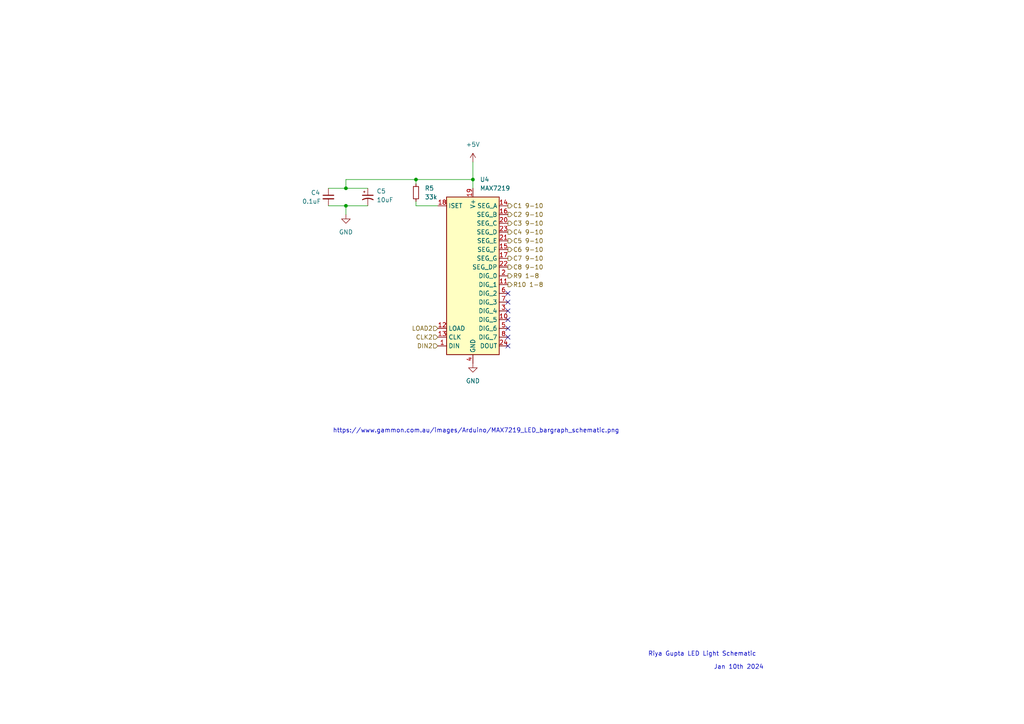
<source format=kicad_sch>
(kicad_sch (version 20211123) (generator eeschema)
  (paper "A4")
  (lib_symbols
    (symbol "Device:C_Polarized_Small_US" (pin_numbers hide) (pin_names (offset 0.254) hide)
      (property "Reference" "C" (at 0.254 1.778 0))
      (property "Value" "C_Polarized_Small_US" (at 0.254 -2.032 0))
      (symbol "C_Polarized_Small_US_0_1"
        (polyline (pts (xy -1.524 0.508) (xy 1.524 0.508)) (stroke (width 0.3048)))
        (polyline (pts (xy -1.27 1.524) (xy -0.762 1.524)))
        (polyline (pts (xy -1.016 1.27) (xy -1.016 1.778)))
        (arc (start 1.524 -0.762) (mid 0 -0.3734) (end -1.524 -0.762) (stroke (width 0.3048)))
      )
      (symbol "C_Polarized_Small_US_1_1"
        (pin passive line (at 0 2.54 270) (length 2.032) (name "~") (number "1"))
        (pin passive line (at 0 -2.54 90) (length 2.032) (name "~") (number "2"))
      )
    )
    (symbol "Device:C_Small" (pin_numbers hide) (pin_names (offset 0.254) hide)
      (property "Reference" "C" (at 0.254 1.778 0))
      (property "Value" "C_Small" (at 0.254 -2.032 0))
      (symbol "C_Small_0_1"
        (polyline (pts (xy -1.524 -0.508) (xy 1.524 -0.508)) (stroke (width 0.3302)))
        (polyline (pts (xy -1.524 0.508) (xy 1.524 0.508)) (stroke (width 0.3048)))
      )
      (symbol "C_Small_1_1"
        (pin passive line (at 0 2.54 270) (length 2.032) (name "~") (number "1"))
        (pin passive line (at 0 -2.54 90) (length 2.032) (name "~") (number "2"))
      )
    )
    (symbol "Device:R_Small" (pin_numbers hide) (pin_names (offset 0.254) hide)
      (property "Reference" "R" (at 0.762 0.508 0))
      (property "Value" "R_Small" (at 0.762 -1.016 0))
      (symbol "R_Small_0_1"
        (rectangle (start -0.762 1.778) (end 0.762 -1.778) (stroke (width 0.2032)))
      )
      (symbol "R_Small_1_1"
        (pin passive line (at 0 2.54 270) (length 0.762) (name "~") (number "1"))
        (pin passive line (at 0 -2.54 90) (length 0.762) (name "~") (number "2"))
      )
    )
    (symbol "Driver_LED:MAX7219"
      (property "Reference" "U" (at -6.35 24.13 0))
      (property "Value" "MAX7219" (at 1.27 25.4 0))
      (symbol "MAX7219_0_1"
        (rectangle (start -7.62 22.86) (end 7.62 -22.86) (stroke (width 0.254)) (fill (type background)))
      )
      (symbol "MAX7219_1_1"
        (pin input line (at -10.16 -20.32 0) (length 2.54) (name "DIN") (number "1"))
        (pin output line (at 10.16 -12.7 180) (length 2.54) (name "DIG_5") (number "10"))
        (pin output line (at 10.16 -2.54 180) (length 2.54) (name "DIG_1") (number "11"))
        (pin input line (at -10.16 -15.24 0) (length 2.54) (name "LOAD") (number "12"))
        (pin input line (at -10.16 -17.78 0) (length 2.54) (name "CLK") (number "13"))
        (pin output line (at 10.16 20.32 180) (length 2.54) (name "SEG_A") (number "14"))
        (pin output line (at 10.16 7.62 180) (length 2.54) (name "SEG_F") (number "15"))
        (pin output line (at 10.16 17.78 180) (length 2.54) (name "SEG_B") (number "16"))
        (pin output line (at 10.16 5.08 180) (length 2.54) (name "SEG_G") (number "17"))
        (pin input line (at -10.16 20.32 0) (length 2.54) (name "ISET") (number "18"))
        (pin power_in line (at 0 25.4 270) (length 2.54) (name "V+") (number "19"))
        (pin output line (at 10.16 0 180) (length 2.54) (name "DIG_0") (number "2"))
        (pin output line (at 10.16 15.24 180) (length 2.54) (name "SEG_C") (number "20"))
        (pin output line (at 10.16 10.16 180) (length 2.54) (name "SEG_E") (number "21"))
        (pin output line (at 10.16 2.54 180) (length 2.54) (name "SEG_DP") (number "22"))
        (pin output line (at 10.16 12.7 180) (length 2.54) (name "SEG_D") (number "23"))
        (pin output line (at 10.16 -20.32 180) (length 2.54) (name "DOUT") (number "24"))
        (pin output line (at 10.16 -10.16 180) (length 2.54) (name "DIG_4") (number "3"))
        (pin power_in line (at 0 -25.4 90) (length 2.54) (name "GND") (number "4"))
        (pin output line (at 10.16 -15.24 180) (length 2.54) (name "DIG_6") (number "5"))
        (pin output line (at 10.16 -5.08 180) (length 2.54) (name "DIG_2") (number "6"))
        (pin output line (at 10.16 -7.62 180) (length 2.54) (name "DIG_3") (number "7"))
        (pin output line (at 10.16 -17.78 180) (length 2.54) (name "DIG_7") (number "8"))
        (pin passive line (at 0 -25.4 90) (length 2.54) hide (name "GND") (number "9"))
      )
    )
    (symbol "power:+5V" (power) (pin_names (offset 0))
      (property "Value" "+5V" (at 0 3.556 0))
      (symbol "+5V_0_1"
        (polyline (pts (xy -0.762 1.27) (xy 0 2.54)))
        (polyline (pts (xy 0 0) (xy 0 2.54)))
        (polyline (pts (xy 0 2.54) (xy 0.762 1.27)))
      )
      (symbol "+5V_1_1"
        (pin power_in line (at 0 0 90) (length 0) hide (name "+5V") (number "1"))
      )
    )
    (symbol "power:GND" (power) (pin_names (offset 0))
      (property "Value" "GND" (at 0 -3.81 0))
      (symbol "GND_0_1"
        (polyline (pts (xy 0 0) (xy 0 -1.27) (xy 1.27 -1.27) (xy 0 -2.54) (xy -1.27 -1.27) (xy 0 -1.27)))
      )
      (symbol "GND_1_1"
        (pin power_in line (at 0 0 270) (length 0) hide (name "GND") (number "1"))
      )
    )
  )
  (junction (at 137.16 52.07))
  (junction (at 100.33 59.69))
  (junction (at 100.33 54.61))
  (junction (at 120.65 52.07))
  (no_connect (at 147.32 85.09))
  (no_connect (at 147.32 97.79))
  (no_connect (at 147.32 87.63))
  (no_connect (at 147.32 90.17))
  (no_connect (at 147.32 95.25))
  (no_connect (at 147.32 92.71))
  (no_connect (at 147.32 100.33))
  (wire (pts (xy 95.25 59.69) (xy 100.33 59.69)))
  (wire (pts (xy 100.33 52.07) (xy 100.33 54.61)))
  (wire (pts (xy 95.25 54.61) (xy 100.33 54.61)))
  (wire (pts (xy 120.65 58.42) (xy 120.65 59.69)))
  (wire (pts (xy 137.16 46.99) (xy 137.16 52.07)))
  (wire (pts (xy 120.65 52.07) (xy 137.16 52.07)))
  (wire (pts (xy 100.33 59.69) (xy 100.33 62.23)))
  (wire (pts (xy 120.65 53.34) (xy 120.65 52.07)))
  (wire (pts (xy 120.65 59.69) (xy 127 59.69)))
  (wire (pts (xy 137.16 52.07) (xy 137.16 54.61)))
  (wire (pts (xy 100.33 59.69) (xy 106.68 59.69)))
  (wire (pts (xy 100.33 54.61) (xy 106.68 54.61)))
  (wire (pts (xy 100.33 52.07) (xy 120.65 52.07)))
  (text "https://www.gammon.com.au/images/Arduino/MAX7219_LED_bargraph_schematic.png" (at 96.52 125.73 0) (effects (font (size 1.27 1.27)) (justify left bottom)))
  (text "Jan 10th 2024" (at 207.01 194.31 0) (effects (font (size 1.27 1.27)) (justify left bottom)))
  (text "Riya Gupta LED Light Schematic" (at 187.96 190.5 0) (effects (font (size 1.27 1.27)) (justify left bottom)))
  (hierarchical_label "C3 9-10" (shape output) (at 147.32 64.77 0))
  (hierarchical_label "C2 9-10" (shape output) (at 147.32 62.23 0))
  (hierarchical_label "R9 1-8" (shape output) (at 147.32 80.01 0))
  (hierarchical_label "DIN2" (shape input) (at 127 100.33 180))
  (hierarchical_label "C4 9-10" (shape output) (at 147.32 67.31 0))
  (hierarchical_label "C7 9-10" (shape output) (at 147.32 74.93 0))
  (hierarchical_label "C8 9-10" (shape output) (at 147.32 77.47 0))
  (hierarchical_label "C5 9-10" (shape output) (at 147.32 69.85 0))
  (hierarchical_label "LOAD2" (shape input) (at 127 95.25 180))
  (hierarchical_label "R10 1-8" (shape output) (at 147.32 82.55 0))
  (hierarchical_label "C1 9-10" (shape output) (at 147.32 59.69 0))
  (hierarchical_label "C6 9-10" (shape output) (at 147.32 72.39 0))
  (hierarchical_label "CLK2" (shape input) (at 127 97.79 180))
  (symbol (lib_id "Driver_LED:MAX7219") (at 137.16 80.01 0) (unit 1)
    (property "Reference" "U4" (at 139.1794 52.07 0) (effects (justify left)))
    (property "Value" "MAX7219" (at 139.1794 54.61 0) (effects (justify left)))
    (property "Datasheet" "https://datasheets.maximintegrated.com/en/ds/MAX7219-MAX7221.pdf" (effects hide))
  )
  (symbol (lib_id "power:GND") (at 137.16 105.41 0) (unit 1)
    (property "Reference" "#PWR?" (effects hide))
    (property "Value" "GND" (at 137.16 110.49 0))
  )
  (symbol (lib_id "Device:R_Small") (at 120.65 55.88 0) (unit 1)
    (property "Reference" "R5" (at 123.19 54.6099 0) (effects (justify left)))
    (property "Value" "33k" (at 123.19 57.1499 0) (effects (justify left)))
  )
  (symbol (lib_id "power:GND") (at 100.33 62.23 0) (unit 1)
    (property "Reference" "#PWR?" (effects hide))
    (property "Value" "GND" (at 100.33 67.31 0))
  )
  (symbol (lib_id "power:+5V") (at 137.16 46.99 0) (unit 1)
    (property "Reference" "#PWR?" (effects hide))
    (property "Value" "+5V" (at 137.16 41.91 0))
  )
  (symbol (lib_id "Device:C_Polarized_Small_US") (at 106.68 57.15 0) (unit 1)
    (property "Reference" "C5" (at 109.22 55.4481 0) (effects (justify left)))
    (property "Value" "10uF" (at 109.22 57.9881 0) (effects (justify left)))
  )
  (symbol (lib_id "Device:C_Small") (at 95.25 57.15 0) (unit 1)
    (property "Reference" "C4" (at 90.17 55.88 0) (effects (justify left)))
    (property "Value" "0.1uF" (at 87.63 58.42 0) (effects (justify left)))
  )
)
</source>
